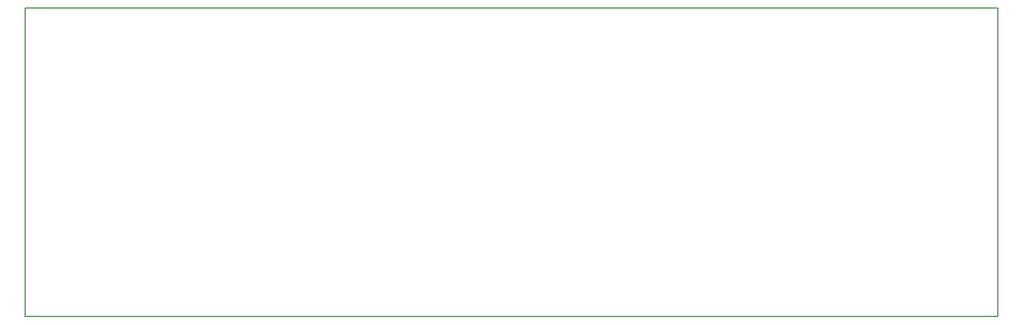
<source format=gbr>
G04 #@! TF.FileFunction,Other,User*
%FSLAX46Y46*%
G04 Gerber Fmt 4.6, Leading zero omitted, Abs format (unit mm)*
G04 Created by KiCad (PCBNEW 4.0.5) date 02/22/17 18:23:54*
%MOMM*%
%LPD*%
G01*
G04 APERTURE LIST*
%ADD10C,0.127000*%
%ADD11C,0.200000*%
G04 APERTURE END LIST*
D10*
D11*
X144145000Y0D02*
X0Y0D01*
X144145000Y45720000D02*
X144145000Y0D01*
X0Y45720000D02*
X144145000Y45720000D01*
X0Y0D02*
X0Y45720000D01*
M02*

</source>
